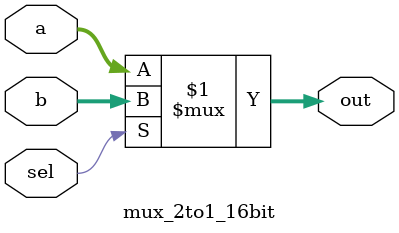
<source format=v>
module mux_4to1_assign(
    output [3:0] out,
    input [3:0] a, 
    input [3:0] b, 
    input [3:0] c,
    input [3:0] d,               
    input [1:0] sel             
);             
  
   assign out = sel[1] ? (sel[0] ? d : c) : (sel[0] ? b : a);  

  
endmodule

// module mux_4to1_16(
//     output [15:0] out,
//     input [15:0] a, 
//     input [15:0] b, 
//     input [15:0] c,
//     input [15:0] d,               
//     input [1:0] sel             
// );             
  
//    assign out = sel[1] ? (sel[0] ? d : c) : (sel[0] ? b : a);  

  
// endmodule

module mux_2to1_16bit(
    output [15:0] out,
    input [15:0] a, 
    input [15:0] b, 
    input sel 
);
assign out = sel ? b : a;  
endmodule



</source>
